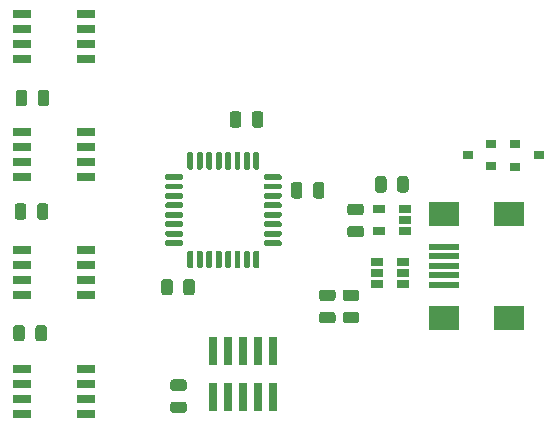
<source format=gbr>
%TF.GenerationSoftware,KiCad,Pcbnew,(5.1.7)-1*%
%TF.CreationDate,2020-10-05T16:07:02+02:00*%
%TF.ProjectId,Templogger,54656d70-6c6f-4676-9765-722e6b696361,rev?*%
%TF.SameCoordinates,Original*%
%TF.FileFunction,Paste,Top*%
%TF.FilePolarity,Positive*%
%FSLAX46Y46*%
G04 Gerber Fmt 4.6, Leading zero omitted, Abs format (unit mm)*
G04 Created by KiCad (PCBNEW (5.1.7)-1) date 2020-10-05 16:07:02*
%MOMM*%
%LPD*%
G01*
G04 APERTURE LIST*
%ADD10R,1.060000X0.650000*%
%ADD11R,0.900000X0.800000*%
%ADD12R,2.500000X0.500000*%
%ADD13R,2.500000X2.000000*%
%ADD14R,0.740000X2.400000*%
%ADD15R,1.525000X0.650000*%
G04 APERTURE END LIST*
%TO.C,R3*%
G36*
G01*
X134643750Y-104287500D02*
X135556250Y-104287500D01*
G75*
G02*
X135800000Y-104531250I0J-243750D01*
G01*
X135800000Y-105018750D01*
G75*
G02*
X135556250Y-105262500I-243750J0D01*
G01*
X134643750Y-105262500D01*
G75*
G02*
X134400000Y-105018750I0J243750D01*
G01*
X134400000Y-104531250D01*
G75*
G02*
X134643750Y-104287500I243750J0D01*
G01*
G37*
G36*
G01*
X134643750Y-102412500D02*
X135556250Y-102412500D01*
G75*
G02*
X135800000Y-102656250I0J-243750D01*
G01*
X135800000Y-103143750D01*
G75*
G02*
X135556250Y-103387500I-243750J0D01*
G01*
X134643750Y-103387500D01*
G75*
G02*
X134400000Y-103143750I0J243750D01*
G01*
X134400000Y-102656250D01*
G75*
G02*
X134643750Y-102412500I243750J0D01*
G01*
G37*
%TD*%
%TO.C,R2*%
G36*
G01*
X132643750Y-104287500D02*
X133556250Y-104287500D01*
G75*
G02*
X133800000Y-104531250I0J-243750D01*
G01*
X133800000Y-105018750D01*
G75*
G02*
X133556250Y-105262500I-243750J0D01*
G01*
X132643750Y-105262500D01*
G75*
G02*
X132400000Y-105018750I0J243750D01*
G01*
X132400000Y-104531250D01*
G75*
G02*
X132643750Y-104287500I243750J0D01*
G01*
G37*
G36*
G01*
X132643750Y-102412500D02*
X133556250Y-102412500D01*
G75*
G02*
X133800000Y-102656250I0J-243750D01*
G01*
X133800000Y-103143750D01*
G75*
G02*
X133556250Y-103387500I-243750J0D01*
G01*
X132643750Y-103387500D01*
G75*
G02*
X132400000Y-103143750I0J243750D01*
G01*
X132400000Y-102656250D01*
G75*
G02*
X132643750Y-102412500I243750J0D01*
G01*
G37*
%TD*%
%TO.C,C8*%
G36*
G01*
X107612500Y-95343750D02*
X107612500Y-96256250D01*
G75*
G02*
X107368750Y-96500000I-243750J0D01*
G01*
X106881250Y-96500000D01*
G75*
G02*
X106637500Y-96256250I0J243750D01*
G01*
X106637500Y-95343750D01*
G75*
G02*
X106881250Y-95100000I243750J0D01*
G01*
X107368750Y-95100000D01*
G75*
G02*
X107612500Y-95343750I0J-243750D01*
G01*
G37*
G36*
G01*
X109487500Y-95343750D02*
X109487500Y-96256250D01*
G75*
G02*
X109243750Y-96500000I-243750J0D01*
G01*
X108756250Y-96500000D01*
G75*
G02*
X108512500Y-96256250I0J243750D01*
G01*
X108512500Y-95343750D01*
G75*
G02*
X108756250Y-95100000I243750J0D01*
G01*
X109243750Y-95100000D01*
G75*
G02*
X109487500Y-95343750I0J-243750D01*
G01*
G37*
%TD*%
%TO.C,C7*%
G36*
G01*
X107687500Y-85743750D02*
X107687500Y-86656250D01*
G75*
G02*
X107443750Y-86900000I-243750J0D01*
G01*
X106956250Y-86900000D01*
G75*
G02*
X106712500Y-86656250I0J243750D01*
G01*
X106712500Y-85743750D01*
G75*
G02*
X106956250Y-85500000I243750J0D01*
G01*
X107443750Y-85500000D01*
G75*
G02*
X107687500Y-85743750I0J-243750D01*
G01*
G37*
G36*
G01*
X109562500Y-85743750D02*
X109562500Y-86656250D01*
G75*
G02*
X109318750Y-86900000I-243750J0D01*
G01*
X108831250Y-86900000D01*
G75*
G02*
X108587500Y-86656250I0J243750D01*
G01*
X108587500Y-85743750D01*
G75*
G02*
X108831250Y-85500000I243750J0D01*
G01*
X109318750Y-85500000D01*
G75*
G02*
X109562500Y-85743750I0J-243750D01*
G01*
G37*
%TD*%
%TO.C,C6*%
G36*
G01*
X107487500Y-105643750D02*
X107487500Y-106556250D01*
G75*
G02*
X107243750Y-106800000I-243750J0D01*
G01*
X106756250Y-106800000D01*
G75*
G02*
X106512500Y-106556250I0J243750D01*
G01*
X106512500Y-105643750D01*
G75*
G02*
X106756250Y-105400000I243750J0D01*
G01*
X107243750Y-105400000D01*
G75*
G02*
X107487500Y-105643750I0J-243750D01*
G01*
G37*
G36*
G01*
X109362500Y-105643750D02*
X109362500Y-106556250D01*
G75*
G02*
X109118750Y-106800000I-243750J0D01*
G01*
X108631250Y-106800000D01*
G75*
G02*
X108387500Y-106556250I0J243750D01*
G01*
X108387500Y-105643750D01*
G75*
G02*
X108631250Y-105400000I243750J0D01*
G01*
X109118750Y-105400000D01*
G75*
G02*
X109362500Y-105643750I0J-243750D01*
G01*
G37*
%TD*%
%TO.C,C5*%
G36*
G01*
X120012500Y-101743750D02*
X120012500Y-102656250D01*
G75*
G02*
X119768750Y-102900000I-243750J0D01*
G01*
X119281250Y-102900000D01*
G75*
G02*
X119037500Y-102656250I0J243750D01*
G01*
X119037500Y-101743750D01*
G75*
G02*
X119281250Y-101500000I243750J0D01*
G01*
X119768750Y-101500000D01*
G75*
G02*
X120012500Y-101743750I0J-243750D01*
G01*
G37*
G36*
G01*
X121887500Y-101743750D02*
X121887500Y-102656250D01*
G75*
G02*
X121643750Y-102900000I-243750J0D01*
G01*
X121156250Y-102900000D01*
G75*
G02*
X120912500Y-102656250I0J243750D01*
G01*
X120912500Y-101743750D01*
G75*
G02*
X121156250Y-101500000I243750J0D01*
G01*
X121643750Y-101500000D01*
G75*
G02*
X121887500Y-101743750I0J-243750D01*
G01*
G37*
%TD*%
%TO.C,C4*%
G36*
G01*
X125812500Y-87543750D02*
X125812500Y-88456250D01*
G75*
G02*
X125568750Y-88700000I-243750J0D01*
G01*
X125081250Y-88700000D01*
G75*
G02*
X124837500Y-88456250I0J243750D01*
G01*
X124837500Y-87543750D01*
G75*
G02*
X125081250Y-87300000I243750J0D01*
G01*
X125568750Y-87300000D01*
G75*
G02*
X125812500Y-87543750I0J-243750D01*
G01*
G37*
G36*
G01*
X127687500Y-87543750D02*
X127687500Y-88456250D01*
G75*
G02*
X127443750Y-88700000I-243750J0D01*
G01*
X126956250Y-88700000D01*
G75*
G02*
X126712500Y-88456250I0J243750D01*
G01*
X126712500Y-87543750D01*
G75*
G02*
X126956250Y-87300000I243750J0D01*
G01*
X127443750Y-87300000D01*
G75*
G02*
X127687500Y-87543750I0J-243750D01*
G01*
G37*
%TD*%
D10*
%TO.C,U3*%
X137500000Y-97450000D03*
X137500000Y-95550000D03*
X139700000Y-95550000D03*
X139700000Y-96500000D03*
X139700000Y-97450000D03*
%TD*%
%TO.C,U2*%
X139500000Y-101000000D03*
X139500000Y-100050000D03*
X139500000Y-101950000D03*
X137300000Y-101950000D03*
X137300000Y-101000000D03*
X137300000Y-100050000D03*
%TD*%
%TO.C,U1*%
G36*
G01*
X127850000Y-92625000D02*
X129100000Y-92625000D01*
G75*
G02*
X129225000Y-92750000I0J-125000D01*
G01*
X129225000Y-93000000D01*
G75*
G02*
X129100000Y-93125000I-125000J0D01*
G01*
X127850000Y-93125000D01*
G75*
G02*
X127725000Y-93000000I0J125000D01*
G01*
X127725000Y-92750000D01*
G75*
G02*
X127850000Y-92625000I125000J0D01*
G01*
G37*
G36*
G01*
X127850000Y-93425000D02*
X129100000Y-93425000D01*
G75*
G02*
X129225000Y-93550000I0J-125000D01*
G01*
X129225000Y-93800000D01*
G75*
G02*
X129100000Y-93925000I-125000J0D01*
G01*
X127850000Y-93925000D01*
G75*
G02*
X127725000Y-93800000I0J125000D01*
G01*
X127725000Y-93550000D01*
G75*
G02*
X127850000Y-93425000I125000J0D01*
G01*
G37*
G36*
G01*
X127850000Y-94225000D02*
X129100000Y-94225000D01*
G75*
G02*
X129225000Y-94350000I0J-125000D01*
G01*
X129225000Y-94600000D01*
G75*
G02*
X129100000Y-94725000I-125000J0D01*
G01*
X127850000Y-94725000D01*
G75*
G02*
X127725000Y-94600000I0J125000D01*
G01*
X127725000Y-94350000D01*
G75*
G02*
X127850000Y-94225000I125000J0D01*
G01*
G37*
G36*
G01*
X127850000Y-95025000D02*
X129100000Y-95025000D01*
G75*
G02*
X129225000Y-95150000I0J-125000D01*
G01*
X129225000Y-95400000D01*
G75*
G02*
X129100000Y-95525000I-125000J0D01*
G01*
X127850000Y-95525000D01*
G75*
G02*
X127725000Y-95400000I0J125000D01*
G01*
X127725000Y-95150000D01*
G75*
G02*
X127850000Y-95025000I125000J0D01*
G01*
G37*
G36*
G01*
X127850000Y-95825000D02*
X129100000Y-95825000D01*
G75*
G02*
X129225000Y-95950000I0J-125000D01*
G01*
X129225000Y-96200000D01*
G75*
G02*
X129100000Y-96325000I-125000J0D01*
G01*
X127850000Y-96325000D01*
G75*
G02*
X127725000Y-96200000I0J125000D01*
G01*
X127725000Y-95950000D01*
G75*
G02*
X127850000Y-95825000I125000J0D01*
G01*
G37*
G36*
G01*
X127850000Y-96625000D02*
X129100000Y-96625000D01*
G75*
G02*
X129225000Y-96750000I0J-125000D01*
G01*
X129225000Y-97000000D01*
G75*
G02*
X129100000Y-97125000I-125000J0D01*
G01*
X127850000Y-97125000D01*
G75*
G02*
X127725000Y-97000000I0J125000D01*
G01*
X127725000Y-96750000D01*
G75*
G02*
X127850000Y-96625000I125000J0D01*
G01*
G37*
G36*
G01*
X127850000Y-97425000D02*
X129100000Y-97425000D01*
G75*
G02*
X129225000Y-97550000I0J-125000D01*
G01*
X129225000Y-97800000D01*
G75*
G02*
X129100000Y-97925000I-125000J0D01*
G01*
X127850000Y-97925000D01*
G75*
G02*
X127725000Y-97800000I0J125000D01*
G01*
X127725000Y-97550000D01*
G75*
G02*
X127850000Y-97425000I125000J0D01*
G01*
G37*
G36*
G01*
X127850000Y-98225000D02*
X129100000Y-98225000D01*
G75*
G02*
X129225000Y-98350000I0J-125000D01*
G01*
X129225000Y-98600000D01*
G75*
G02*
X129100000Y-98725000I-125000J0D01*
G01*
X127850000Y-98725000D01*
G75*
G02*
X127725000Y-98600000I0J125000D01*
G01*
X127725000Y-98350000D01*
G75*
G02*
X127850000Y-98225000I125000J0D01*
G01*
G37*
G36*
G01*
X126975000Y-99100000D02*
X127225000Y-99100000D01*
G75*
G02*
X127350000Y-99225000I0J-125000D01*
G01*
X127350000Y-100475000D01*
G75*
G02*
X127225000Y-100600000I-125000J0D01*
G01*
X126975000Y-100600000D01*
G75*
G02*
X126850000Y-100475000I0J125000D01*
G01*
X126850000Y-99225000D01*
G75*
G02*
X126975000Y-99100000I125000J0D01*
G01*
G37*
G36*
G01*
X126175000Y-99100000D02*
X126425000Y-99100000D01*
G75*
G02*
X126550000Y-99225000I0J-125000D01*
G01*
X126550000Y-100475000D01*
G75*
G02*
X126425000Y-100600000I-125000J0D01*
G01*
X126175000Y-100600000D01*
G75*
G02*
X126050000Y-100475000I0J125000D01*
G01*
X126050000Y-99225000D01*
G75*
G02*
X126175000Y-99100000I125000J0D01*
G01*
G37*
G36*
G01*
X125375000Y-99100000D02*
X125625000Y-99100000D01*
G75*
G02*
X125750000Y-99225000I0J-125000D01*
G01*
X125750000Y-100475000D01*
G75*
G02*
X125625000Y-100600000I-125000J0D01*
G01*
X125375000Y-100600000D01*
G75*
G02*
X125250000Y-100475000I0J125000D01*
G01*
X125250000Y-99225000D01*
G75*
G02*
X125375000Y-99100000I125000J0D01*
G01*
G37*
G36*
G01*
X124575000Y-99100000D02*
X124825000Y-99100000D01*
G75*
G02*
X124950000Y-99225000I0J-125000D01*
G01*
X124950000Y-100475000D01*
G75*
G02*
X124825000Y-100600000I-125000J0D01*
G01*
X124575000Y-100600000D01*
G75*
G02*
X124450000Y-100475000I0J125000D01*
G01*
X124450000Y-99225000D01*
G75*
G02*
X124575000Y-99100000I125000J0D01*
G01*
G37*
G36*
G01*
X123775000Y-99100000D02*
X124025000Y-99100000D01*
G75*
G02*
X124150000Y-99225000I0J-125000D01*
G01*
X124150000Y-100475000D01*
G75*
G02*
X124025000Y-100600000I-125000J0D01*
G01*
X123775000Y-100600000D01*
G75*
G02*
X123650000Y-100475000I0J125000D01*
G01*
X123650000Y-99225000D01*
G75*
G02*
X123775000Y-99100000I125000J0D01*
G01*
G37*
G36*
G01*
X122975000Y-99100000D02*
X123225000Y-99100000D01*
G75*
G02*
X123350000Y-99225000I0J-125000D01*
G01*
X123350000Y-100475000D01*
G75*
G02*
X123225000Y-100600000I-125000J0D01*
G01*
X122975000Y-100600000D01*
G75*
G02*
X122850000Y-100475000I0J125000D01*
G01*
X122850000Y-99225000D01*
G75*
G02*
X122975000Y-99100000I125000J0D01*
G01*
G37*
G36*
G01*
X122175000Y-99100000D02*
X122425000Y-99100000D01*
G75*
G02*
X122550000Y-99225000I0J-125000D01*
G01*
X122550000Y-100475000D01*
G75*
G02*
X122425000Y-100600000I-125000J0D01*
G01*
X122175000Y-100600000D01*
G75*
G02*
X122050000Y-100475000I0J125000D01*
G01*
X122050000Y-99225000D01*
G75*
G02*
X122175000Y-99100000I125000J0D01*
G01*
G37*
G36*
G01*
X121375000Y-99100000D02*
X121625000Y-99100000D01*
G75*
G02*
X121750000Y-99225000I0J-125000D01*
G01*
X121750000Y-100475000D01*
G75*
G02*
X121625000Y-100600000I-125000J0D01*
G01*
X121375000Y-100600000D01*
G75*
G02*
X121250000Y-100475000I0J125000D01*
G01*
X121250000Y-99225000D01*
G75*
G02*
X121375000Y-99100000I125000J0D01*
G01*
G37*
G36*
G01*
X119500000Y-98225000D02*
X120750000Y-98225000D01*
G75*
G02*
X120875000Y-98350000I0J-125000D01*
G01*
X120875000Y-98600000D01*
G75*
G02*
X120750000Y-98725000I-125000J0D01*
G01*
X119500000Y-98725000D01*
G75*
G02*
X119375000Y-98600000I0J125000D01*
G01*
X119375000Y-98350000D01*
G75*
G02*
X119500000Y-98225000I125000J0D01*
G01*
G37*
G36*
G01*
X119500000Y-97425000D02*
X120750000Y-97425000D01*
G75*
G02*
X120875000Y-97550000I0J-125000D01*
G01*
X120875000Y-97800000D01*
G75*
G02*
X120750000Y-97925000I-125000J0D01*
G01*
X119500000Y-97925000D01*
G75*
G02*
X119375000Y-97800000I0J125000D01*
G01*
X119375000Y-97550000D01*
G75*
G02*
X119500000Y-97425000I125000J0D01*
G01*
G37*
G36*
G01*
X119500000Y-96625000D02*
X120750000Y-96625000D01*
G75*
G02*
X120875000Y-96750000I0J-125000D01*
G01*
X120875000Y-97000000D01*
G75*
G02*
X120750000Y-97125000I-125000J0D01*
G01*
X119500000Y-97125000D01*
G75*
G02*
X119375000Y-97000000I0J125000D01*
G01*
X119375000Y-96750000D01*
G75*
G02*
X119500000Y-96625000I125000J0D01*
G01*
G37*
G36*
G01*
X119500000Y-95825000D02*
X120750000Y-95825000D01*
G75*
G02*
X120875000Y-95950000I0J-125000D01*
G01*
X120875000Y-96200000D01*
G75*
G02*
X120750000Y-96325000I-125000J0D01*
G01*
X119500000Y-96325000D01*
G75*
G02*
X119375000Y-96200000I0J125000D01*
G01*
X119375000Y-95950000D01*
G75*
G02*
X119500000Y-95825000I125000J0D01*
G01*
G37*
G36*
G01*
X119500000Y-95025000D02*
X120750000Y-95025000D01*
G75*
G02*
X120875000Y-95150000I0J-125000D01*
G01*
X120875000Y-95400000D01*
G75*
G02*
X120750000Y-95525000I-125000J0D01*
G01*
X119500000Y-95525000D01*
G75*
G02*
X119375000Y-95400000I0J125000D01*
G01*
X119375000Y-95150000D01*
G75*
G02*
X119500000Y-95025000I125000J0D01*
G01*
G37*
G36*
G01*
X119500000Y-94225000D02*
X120750000Y-94225000D01*
G75*
G02*
X120875000Y-94350000I0J-125000D01*
G01*
X120875000Y-94600000D01*
G75*
G02*
X120750000Y-94725000I-125000J0D01*
G01*
X119500000Y-94725000D01*
G75*
G02*
X119375000Y-94600000I0J125000D01*
G01*
X119375000Y-94350000D01*
G75*
G02*
X119500000Y-94225000I125000J0D01*
G01*
G37*
G36*
G01*
X119500000Y-93425000D02*
X120750000Y-93425000D01*
G75*
G02*
X120875000Y-93550000I0J-125000D01*
G01*
X120875000Y-93800000D01*
G75*
G02*
X120750000Y-93925000I-125000J0D01*
G01*
X119500000Y-93925000D01*
G75*
G02*
X119375000Y-93800000I0J125000D01*
G01*
X119375000Y-93550000D01*
G75*
G02*
X119500000Y-93425000I125000J0D01*
G01*
G37*
G36*
G01*
X119500000Y-92625000D02*
X120750000Y-92625000D01*
G75*
G02*
X120875000Y-92750000I0J-125000D01*
G01*
X120875000Y-93000000D01*
G75*
G02*
X120750000Y-93125000I-125000J0D01*
G01*
X119500000Y-93125000D01*
G75*
G02*
X119375000Y-93000000I0J125000D01*
G01*
X119375000Y-92750000D01*
G75*
G02*
X119500000Y-92625000I125000J0D01*
G01*
G37*
G36*
G01*
X121375000Y-90750000D02*
X121625000Y-90750000D01*
G75*
G02*
X121750000Y-90875000I0J-125000D01*
G01*
X121750000Y-92125000D01*
G75*
G02*
X121625000Y-92250000I-125000J0D01*
G01*
X121375000Y-92250000D01*
G75*
G02*
X121250000Y-92125000I0J125000D01*
G01*
X121250000Y-90875000D01*
G75*
G02*
X121375000Y-90750000I125000J0D01*
G01*
G37*
G36*
G01*
X122175000Y-90750000D02*
X122425000Y-90750000D01*
G75*
G02*
X122550000Y-90875000I0J-125000D01*
G01*
X122550000Y-92125000D01*
G75*
G02*
X122425000Y-92250000I-125000J0D01*
G01*
X122175000Y-92250000D01*
G75*
G02*
X122050000Y-92125000I0J125000D01*
G01*
X122050000Y-90875000D01*
G75*
G02*
X122175000Y-90750000I125000J0D01*
G01*
G37*
G36*
G01*
X122975000Y-90750000D02*
X123225000Y-90750000D01*
G75*
G02*
X123350000Y-90875000I0J-125000D01*
G01*
X123350000Y-92125000D01*
G75*
G02*
X123225000Y-92250000I-125000J0D01*
G01*
X122975000Y-92250000D01*
G75*
G02*
X122850000Y-92125000I0J125000D01*
G01*
X122850000Y-90875000D01*
G75*
G02*
X122975000Y-90750000I125000J0D01*
G01*
G37*
G36*
G01*
X123775000Y-90750000D02*
X124025000Y-90750000D01*
G75*
G02*
X124150000Y-90875000I0J-125000D01*
G01*
X124150000Y-92125000D01*
G75*
G02*
X124025000Y-92250000I-125000J0D01*
G01*
X123775000Y-92250000D01*
G75*
G02*
X123650000Y-92125000I0J125000D01*
G01*
X123650000Y-90875000D01*
G75*
G02*
X123775000Y-90750000I125000J0D01*
G01*
G37*
G36*
G01*
X124575000Y-90750000D02*
X124825000Y-90750000D01*
G75*
G02*
X124950000Y-90875000I0J-125000D01*
G01*
X124950000Y-92125000D01*
G75*
G02*
X124825000Y-92250000I-125000J0D01*
G01*
X124575000Y-92250000D01*
G75*
G02*
X124450000Y-92125000I0J125000D01*
G01*
X124450000Y-90875000D01*
G75*
G02*
X124575000Y-90750000I125000J0D01*
G01*
G37*
G36*
G01*
X125375000Y-90750000D02*
X125625000Y-90750000D01*
G75*
G02*
X125750000Y-90875000I0J-125000D01*
G01*
X125750000Y-92125000D01*
G75*
G02*
X125625000Y-92250000I-125000J0D01*
G01*
X125375000Y-92250000D01*
G75*
G02*
X125250000Y-92125000I0J125000D01*
G01*
X125250000Y-90875000D01*
G75*
G02*
X125375000Y-90750000I125000J0D01*
G01*
G37*
G36*
G01*
X126175000Y-90750000D02*
X126425000Y-90750000D01*
G75*
G02*
X126550000Y-90875000I0J-125000D01*
G01*
X126550000Y-92125000D01*
G75*
G02*
X126425000Y-92250000I-125000J0D01*
G01*
X126175000Y-92250000D01*
G75*
G02*
X126050000Y-92125000I0J125000D01*
G01*
X126050000Y-90875000D01*
G75*
G02*
X126175000Y-90750000I125000J0D01*
G01*
G37*
G36*
G01*
X126975000Y-90750000D02*
X127225000Y-90750000D01*
G75*
G02*
X127350000Y-90875000I0J-125000D01*
G01*
X127350000Y-92125000D01*
G75*
G02*
X127225000Y-92250000I-125000J0D01*
G01*
X126975000Y-92250000D01*
G75*
G02*
X126850000Y-92125000I0J125000D01*
G01*
X126850000Y-90875000D01*
G75*
G02*
X126975000Y-90750000I125000J0D01*
G01*
G37*
%TD*%
%TO.C,R1*%
G36*
G01*
X131887500Y-94456250D02*
X131887500Y-93543750D01*
G75*
G02*
X132131250Y-93300000I243750J0D01*
G01*
X132618750Y-93300000D01*
G75*
G02*
X132862500Y-93543750I0J-243750D01*
G01*
X132862500Y-94456250D01*
G75*
G02*
X132618750Y-94700000I-243750J0D01*
G01*
X132131250Y-94700000D01*
G75*
G02*
X131887500Y-94456250I0J243750D01*
G01*
G37*
G36*
G01*
X130012500Y-94456250D02*
X130012500Y-93543750D01*
G75*
G02*
X130256250Y-93300000I243750J0D01*
G01*
X130743750Y-93300000D01*
G75*
G02*
X130987500Y-93543750I0J-243750D01*
G01*
X130987500Y-94456250D01*
G75*
G02*
X130743750Y-94700000I-243750J0D01*
G01*
X130256250Y-94700000D01*
G75*
G02*
X130012500Y-94456250I0J243750D01*
G01*
G37*
%TD*%
D11*
%TO.C,Q1*%
X145000000Y-91000000D03*
X147000000Y-90050000D03*
X147000000Y-91950000D03*
%TD*%
D12*
%TO.C,J7*%
X143000000Y-98800000D03*
X143000000Y-99600000D03*
X143000000Y-100400000D03*
X143000000Y-101200000D03*
X143000000Y-102000000D03*
D13*
X143000000Y-96000000D03*
X143000000Y-104800000D03*
X148500000Y-96000000D03*
X148500000Y-104800000D03*
%TD*%
D14*
%TO.C,J6*%
X123460000Y-111500000D03*
X123460000Y-107600000D03*
X124730000Y-111500000D03*
X124730000Y-107600000D03*
X126000000Y-111500000D03*
X126000000Y-107600000D03*
X127270000Y-111500000D03*
X127270000Y-107600000D03*
X128540000Y-111500000D03*
X128540000Y-107600000D03*
%TD*%
D15*
%TO.C,IC4*%
X112712000Y-109095000D03*
X112712000Y-110365000D03*
X112712000Y-111635000D03*
X112712000Y-112905000D03*
X107288000Y-112905000D03*
X107288000Y-111635000D03*
X107288000Y-110365000D03*
X107288000Y-109095000D03*
%TD*%
%TO.C,IC3*%
X112712000Y-99095000D03*
X112712000Y-100365000D03*
X112712000Y-101635000D03*
X112712000Y-102905000D03*
X107288000Y-102905000D03*
X107288000Y-101635000D03*
X107288000Y-100365000D03*
X107288000Y-99095000D03*
%TD*%
%TO.C,IC2*%
X112712000Y-89095000D03*
X112712000Y-90365000D03*
X112712000Y-91635000D03*
X112712000Y-92905000D03*
X107288000Y-92905000D03*
X107288000Y-91635000D03*
X107288000Y-90365000D03*
X107288000Y-89095000D03*
%TD*%
%TO.C,IC1*%
X112712000Y-79095000D03*
X112712000Y-80365000D03*
X112712000Y-81635000D03*
X112712000Y-82905000D03*
X107288000Y-82905000D03*
X107288000Y-81635000D03*
X107288000Y-80365000D03*
X107288000Y-79095000D03*
%TD*%
D11*
%TO.C,D1*%
X151000000Y-91050000D03*
X149000000Y-92000000D03*
X149000000Y-90100000D03*
%TD*%
%TO.C,C3*%
G36*
G01*
X138112500Y-93043750D02*
X138112500Y-93956250D01*
G75*
G02*
X137868750Y-94200000I-243750J0D01*
G01*
X137381250Y-94200000D01*
G75*
G02*
X137137500Y-93956250I0J243750D01*
G01*
X137137500Y-93043750D01*
G75*
G02*
X137381250Y-92800000I243750J0D01*
G01*
X137868750Y-92800000D01*
G75*
G02*
X138112500Y-93043750I0J-243750D01*
G01*
G37*
G36*
G01*
X139987500Y-93043750D02*
X139987500Y-93956250D01*
G75*
G02*
X139743750Y-94200000I-243750J0D01*
G01*
X139256250Y-94200000D01*
G75*
G02*
X139012500Y-93956250I0J243750D01*
G01*
X139012500Y-93043750D01*
G75*
G02*
X139256250Y-92800000I243750J0D01*
G01*
X139743750Y-92800000D01*
G75*
G02*
X139987500Y-93043750I0J-243750D01*
G01*
G37*
%TD*%
%TO.C,C2*%
G36*
G01*
X135956250Y-96112500D02*
X135043750Y-96112500D01*
G75*
G02*
X134800000Y-95868750I0J243750D01*
G01*
X134800000Y-95381250D01*
G75*
G02*
X135043750Y-95137500I243750J0D01*
G01*
X135956250Y-95137500D01*
G75*
G02*
X136200000Y-95381250I0J-243750D01*
G01*
X136200000Y-95868750D01*
G75*
G02*
X135956250Y-96112500I-243750J0D01*
G01*
G37*
G36*
G01*
X135956250Y-97987500D02*
X135043750Y-97987500D01*
G75*
G02*
X134800000Y-97743750I0J243750D01*
G01*
X134800000Y-97256250D01*
G75*
G02*
X135043750Y-97012500I243750J0D01*
G01*
X135956250Y-97012500D01*
G75*
G02*
X136200000Y-97256250I0J-243750D01*
G01*
X136200000Y-97743750D01*
G75*
G02*
X135956250Y-97987500I-243750J0D01*
G01*
G37*
%TD*%
%TO.C,C1*%
G36*
G01*
X120956250Y-110987500D02*
X120043750Y-110987500D01*
G75*
G02*
X119800000Y-110743750I0J243750D01*
G01*
X119800000Y-110256250D01*
G75*
G02*
X120043750Y-110012500I243750J0D01*
G01*
X120956250Y-110012500D01*
G75*
G02*
X121200000Y-110256250I0J-243750D01*
G01*
X121200000Y-110743750D01*
G75*
G02*
X120956250Y-110987500I-243750J0D01*
G01*
G37*
G36*
G01*
X120956250Y-112862500D02*
X120043750Y-112862500D01*
G75*
G02*
X119800000Y-112618750I0J243750D01*
G01*
X119800000Y-112131250D01*
G75*
G02*
X120043750Y-111887500I243750J0D01*
G01*
X120956250Y-111887500D01*
G75*
G02*
X121200000Y-112131250I0J-243750D01*
G01*
X121200000Y-112618750D01*
G75*
G02*
X120956250Y-112862500I-243750J0D01*
G01*
G37*
%TD*%
M02*

</source>
